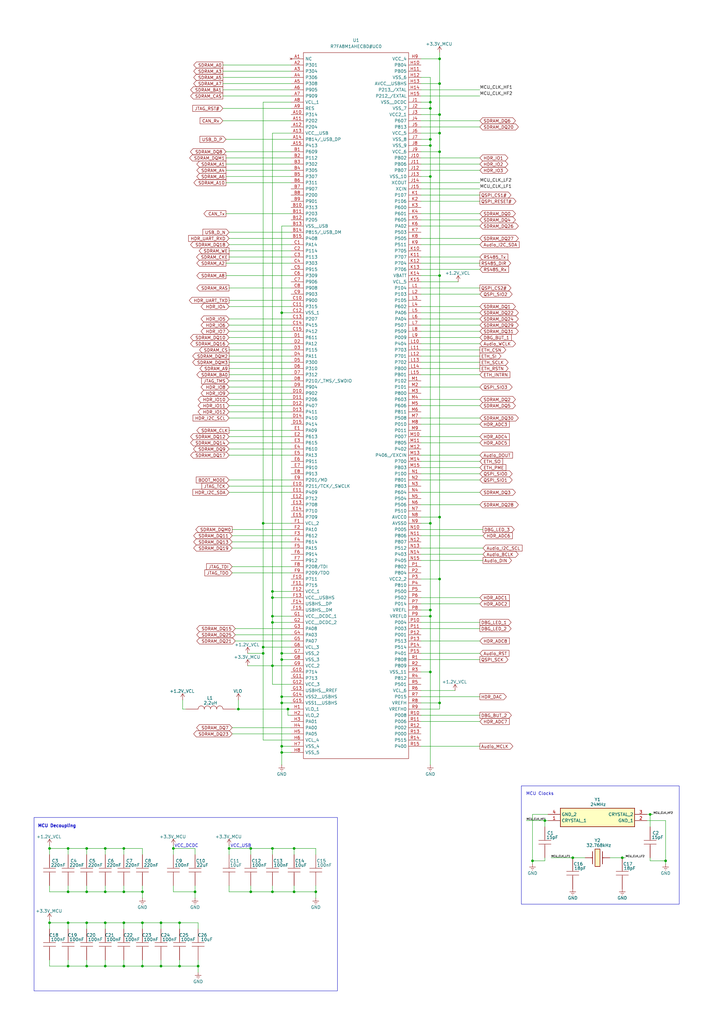
<source format=kicad_sch>
(kicad_sch (version 20231120) (generator "eeschema") (generator_version "8.0")
  (paper "A3" portrait)
  (title_block (title "RA8M1 Development Board") (company "Pickplace Consulting GmbH"))
  (junction (at 111.76 365.76))
  (junction (at 20.32 378.46))
  (junction (at 115.57 306.07))
  (junction (at 35.56 365.76))
  (junction (at 180.34 34.29))
  (junction (at 180.34 113.03))
  (junction (at 20.32 347.98))
  (junction (at 115.57 270.51))
  (junction (at 176.53 275.59))
  (junction (at 129.54 365.76))
  (junction (at 120.65 365.76))
  (junction (at 118.11 290.83))
  (junction (at 115.57 128.27))
  (junction (at 176.53 44.45))
  (junction (at 43.18 365.76))
  (junction (at 111.76 245.11))
  (junction (at 180.34 46.99))
  (junction (at 273.05 353.06))
  (junction (at 115.57 267.97))
  (junction (at 107.95 214.63))
  (junction (at 50.8 396.24))
  (junction (at 180.34 212.09))
  (junction (at 111.76 347.98))
  (junction (at 115.57 288.29))
  (junction (at 58.42 396.24))
  (junction (at 35.56 347.98))
  (junction (at 27.94 396.24))
  (junction (at 66.04 396.24))
  (junction (at 234.95 351.79))
  (junction (at 120.65 347.98))
  (junction (at 180.34 237.49))
  (junction (at 180.34 54.61))
  (junction (at 115.57 285.75))
  (junction (at 111.76 252.73))
  (junction (at 111.76 255.27))
  (junction (at 107.95 267.97))
  (junction (at 93.98 347.98))
  (junction (at 71.12 347.98))
  (junction (at 218.44 353.06))
  (junction (at 180.34 288.29))
  (junction (at 111.76 273.05))
  (junction (at 58.42 378.46))
  (junction (at 176.53 72.39))
  (junction (at 80.01 365.76))
  (junction (at 97.79 290.83))
  (junction (at 35.56 396.24))
  (junction (at 255.27 351.79))
  (junction (at 176.53 41.91))
  (junction (at 107.95 265.43))
  (junction (at 50.8 347.98))
  (junction (at 73.66 378.46))
  (junction (at 73.66 396.24))
  (junction (at 180.34 62.23))
  (junction (at 176.53 250.19))
  (junction (at 27.94 365.76))
  (junction (at 43.18 347.98))
  (junction (at 176.53 214.63))
  (junction (at 266.7 334.01))
  (junction (at 176.53 59.69))
  (junction (at 102.87 365.76))
  (junction (at 50.8 365.76))
  (junction (at 115.57 308.61))
  (junction (at 180.34 24.13))
  (junction (at 102.87 347.98))
  (junction (at 50.8 378.46))
  (junction (at 43.18 396.24))
  (junction (at 176.53 252.73))
  (junction (at 223.52 336.55))
  (junction (at 81.28 396.24))
  (junction (at 66.04 378.46))
  (junction (at 43.18 378.46))
  (junction (at 111.76 242.57))
  (junction (at 27.94 378.46))
  (junction (at 27.94 347.98))
  (junction (at 176.53 57.15))
  (junction (at 58.42 365.76))
  (junction (at 35.56 378.46))
  (wire (pts (xy 172.72 171.45) (xy 196.85 171.45)))
  (wire (pts (xy 93.98 199.39) (xy 119.38 199.39)))
  (wire (pts (xy 93.98 135.89) (xy 119.38 135.89)))
  (wire (pts (xy 27.94 347.98) (xy 35.56 347.98)))
  (wire (pts (xy 93.98 130.81) (xy 119.38 130.81)))
  (wire (pts (xy 95.25 298.45) (xy 119.38 298.45)))
  (wire (pts (xy 172.72 151.13) (xy 196.85 151.13)))
  (wire (pts (xy 20.32 378.46) (xy 27.94 378.46)))
  (wire (pts (xy 266.7 353.06) (xy 273.05 353.06)))
  (wire (pts (xy 93.98 156.21) (xy 119.38 156.21)))
  (wire (pts (xy 266.7 334.01) (xy 265.43 334.01)))
  (wire (pts (xy 111.76 245.11) (xy 119.38 245.11)))
  (wire (pts (xy 172.72 138.43) (xy 196.85 138.43)))
  (wire (pts (xy 20.32 363.22) (xy 20.32 365.76)))
  (wire (pts (xy 27.94 365.76) (xy 35.56 365.76)))
  (wire (pts (xy 172.72 173.99) (xy 196.85 173.99)))
  (wire (pts (xy 172.72 115.57) (xy 187.96 115.57)))
  (wire (pts (xy 115.57 288.29) (xy 119.38 288.29)))
  (wire (pts (xy 50.8 365.76) (xy 58.42 365.76)))
  (wire (pts (xy 111.76 245.11) (xy 111.76 252.73)))
  (wire (pts (xy 172.72 237.49) (xy 180.34 237.49)))
  (wire (pts (xy 107.95 303.53) (xy 119.38 303.53)))
  (wire (pts (xy 176.53 31.75) (xy 176.53 41.91)))
  (wire (pts (xy 172.72 262.89) (xy 196.85 262.89)))
  (wire (pts (xy 111.76 280.67) (xy 111.76 273.05)))
  (wire (pts (xy 92.71 69.85) (xy 119.38 69.85)))
  (wire (pts (xy 50.8 396.24) (xy 58.42 396.24)))
  (wire (pts (xy 102.87 365.76) (xy 111.76 365.76)))
  (wire (pts (xy 74.93 287.02) (xy 74.93 290.83)))
  (wire (pts (xy 81.28 396.24) (xy 81.28 398.78)))
  (wire (pts (xy 118.11 293.37) (xy 118.11 290.83)))
  (wire (pts (xy 180.34 62.23) (xy 172.72 62.23)))
  (wire (pts (xy 73.66 393.7) (xy 73.66 396.24)))
  (wire (pts (xy 172.72 250.19) (xy 176.53 250.19)))
  (wire (pts (xy 119.38 308.61) (xy 115.57 308.61)))
  (wire (pts (xy 180.34 237.49) (xy 180.34 212.09)))
  (wire (pts (xy 172.72 140.97) (xy 196.85 140.97)))
  (wire (pts (xy 172.72 153.67) (xy 196.85 153.67)))
  (wire (pts (xy 50.8 378.46) (xy 58.42 378.46)))
  (wire (pts (xy 111.76 54.61) (xy 119.38 54.61)))
  (wire (pts (xy 93.98 105.41) (xy 119.38 105.41)))
  (wire (pts (xy 172.72 100.33) (xy 196.85 100.33)))
  (wire (pts (xy 93.98 148.59) (xy 119.38 148.59)))
  (wire (pts (xy 43.18 393.7) (xy 43.18 396.24)))
  (wire (pts (xy 93.98 171.45) (xy 119.38 171.45)))
  (wire (pts (xy 115.57 285.75) (xy 115.57 288.29)))
  (wire (pts (xy 172.72 217.17) (xy 198.12 217.17)))
  (wire (pts (xy 95.25 222.25) (xy 119.38 222.25)))
  (wire (pts (xy 172.72 224.79) (xy 198.12 224.79)))
  (wire (pts (xy 20.32 346.71) (xy 20.32 347.98)))
  (wire (pts (xy 176.53 44.45) (xy 172.72 44.45)))
  (wire (pts (xy 93.98 201.93) (xy 119.38 201.93)))
  (wire (pts (xy 172.72 34.29) (xy 180.34 34.29)))
  (wire (pts (xy 73.66 378.46) (xy 81.28 378.46)))
  (wire (pts (xy 176.53 57.15) (xy 176.53 44.45)))
  (wire (pts (xy 224.79 334.01) (xy 218.44 334.01)))
  (wire (pts (xy 111.76 252.73) (xy 119.38 252.73)))
  (wire (pts (xy 129.54 347.98) (xy 129.54 350.52)))
  (wire (pts (xy 172.72 57.15) (xy 176.53 57.15)))
  (wire (pts (xy 91.44 31.75) (xy 119.38 31.75)))
  (wire (pts (xy 20.32 396.24) (xy 27.94 396.24)))
  (wire (pts (xy 176.53 250.19) (xy 176.53 214.63)))
  (wire (pts (xy 80.01 365.76) (xy 80.01 363.22)))
  (wire (pts (xy 107.95 214.63) (xy 107.95 265.43)))
  (wire (pts (xy 43.18 378.46) (xy 50.8 378.46)))
  (wire (pts (xy 91.44 44.45) (xy 119.38 44.45)))
  (wire (pts (xy 172.72 69.85) (xy 196.85 69.85)))
  (wire (pts (xy 172.72 201.93) (xy 196.85 201.93)))
  (wire (pts (xy 172.72 87.63) (xy 196.85 87.63)))
  (wire (pts (xy 93.98 347.98) (xy 102.87 347.98)))
  (wire (pts (xy 111.76 54.61) (xy 111.76 242.57)))
  (wire (pts (xy 71.12 363.22) (xy 71.12 365.76)))
  (wire (pts (xy 115.57 306.07) (xy 119.38 306.07)))
  (wire (pts (xy 58.42 378.46) (xy 66.04 378.46)))
  (wire (pts (xy 20.32 381) (xy 20.32 378.46)))
  (wire (pts (xy 96.52 260.35) (xy 119.38 260.35)))
  (wire (pts (xy 93.98 186.69) (xy 119.38 186.69)))
  (wire (pts (xy 180.34 237.49) (xy 180.34 288.29)))
  (wire (pts (xy 172.72 110.49) (xy 196.85 110.49)))
  (wire (pts (xy 92.71 64.77) (xy 119.38 64.77)))
  (wire (pts (xy 172.72 196.85) (xy 196.85 196.85)))
  (wire (pts (xy 180.34 288.29) (xy 172.72 288.29)))
  (wire (pts (xy 172.72 252.73) (xy 176.53 252.73)))
  (wire (pts (xy 176.53 275.59) (xy 176.53 252.73)))
  (wire (pts (xy 196.85 36.83) (xy 172.72 36.83)))
  (wire (pts (xy 102.87 347.98) (xy 102.87 350.52)))
  (wire (pts (xy 172.72 229.87) (xy 198.12 229.87)))
  (wire (pts (xy 172.72 133.35) (xy 196.85 133.35)))
  (wire (pts (xy 50.8 363.22) (xy 50.8 365.76)))
  (wire (pts (xy 95.25 217.17) (xy 119.38 217.17)))
  (wire (pts (xy 172.72 64.77) (xy 196.85 64.77)))
  (wire (pts (xy 250.19 351.79) (xy 255.27 351.79)))
  (wire (pts (xy 71.12 347.98) (xy 71.12 350.52)))
  (wire (pts (xy 74.93 290.83) (xy 76.2 290.83)))
  (wire (pts (xy 115.57 270.51) (xy 115.57 285.75)))
  (wire (pts (xy 119.38 270.51) (xy 115.57 270.51)))
  (wire (pts (xy 92.71 74.93) (xy 119.38 74.93)))
  (wire (pts (xy 92.71 57.15) (xy 119.38 57.15)))
  (wire (pts (xy 266.7 339.09) (xy 266.7 334.01)))
  (wire (pts (xy 93.98 196.85) (xy 119.38 196.85)))
  (wire (pts (xy 180.34 54.61) (xy 180.34 62.23)))
  (wire (pts (xy 172.72 257.81) (xy 196.85 257.81)))
  (wire (pts (xy 93.98 365.76) (xy 102.87 365.76)))
  (wire (pts (xy 115.57 128.27) (xy 115.57 92.71)))
  (wire (pts (xy 172.72 166.37) (xy 196.85 166.37)))
  (wire (pts (xy 176.53 59.69) (xy 176.53 57.15)))
  (wire (pts (xy 93.98 125.73) (xy 119.38 125.73)))
  (wire (pts (xy 115.57 128.27) (xy 115.57 267.97)))
  (wire (pts (xy 119.38 242.57) (xy 111.76 242.57)))
  (wire (pts (xy 93.98 363.22) (xy 93.98 365.76)))
  (wire (pts (xy 273.05 336.55) (xy 273.05 353.06)))
  (wire (pts (xy 172.72 181.61) (xy 196.85 181.61)))
  (wire (pts (xy 172.72 105.41) (xy 196.85 105.41)))
  (wire (pts (xy 172.72 67.31) (xy 196.85 67.31)))
  (wire (pts (xy 93.98 123.19) (xy 119.38 123.19)))
  (wire (pts (xy 43.18 365.76) (xy 50.8 365.76)))
  (wire (pts (xy 180.34 46.99) (xy 180.34 54.61)))
  (wire (pts (xy 80.01 347.98) (xy 71.12 347.98)))
  (wire (pts (xy 71.12 365.76) (xy 80.01 365.76)))
  (wire (pts (xy 172.72 247.65) (xy 196.85 247.65)))
  (wire (pts (xy 172.72 227.33) (xy 198.12 227.33)))
  (wire (pts (xy 172.72 255.27) (xy 196.85 255.27)))
  (wire (pts (xy 172.72 120.65) (xy 196.85 120.65)))
  (wire (pts (xy 111.76 365.76) (xy 120.65 365.76)))
  (wire (pts (xy 172.72 107.95) (xy 196.85 107.95)))
  (wire (pts (xy 93.98 161.29) (xy 119.38 161.29)))
  (wire (pts (xy 172.72 24.13) (xy 180.34 24.13)))
  (wire (pts (xy 118.11 290.83) (xy 119.38 290.83)))
  (wire (pts (xy 35.56 347.98) (xy 43.18 347.98)))
  (wire (pts (xy 43.18 347.98) (xy 43.18 350.52)))
  (wire (pts (xy 107.95 214.63) (xy 119.38 214.63)))
  (wire (pts (xy 66.04 378.46) (xy 66.04 381)))
  (wire (pts (xy 95.25 234.95) (xy 119.38 234.95)))
  (wire (pts (xy 93.98 158.75) (xy 119.38 158.75)))
  (wire (pts (xy 96.52 290.83) (xy 97.79 290.83)))
  (wire (pts (xy 120.65 363.22) (xy 120.65 365.76)))
  (wire (pts (xy 172.72 80.01) (xy 196.85 80.01)))
  (wire (pts (xy 92.71 87.63) (xy 119.38 87.63)))
  (wire (pts (xy 107.95 41.91) (xy 107.95 214.63)))
  (wire (pts (xy 93.98 102.87) (xy 119.38 102.87)))
  (wire (pts (xy 93.98 346.71) (xy 93.98 347.98)))
  (wire (pts (xy 58.42 396.24) (xy 66.04 396.24)))
  (wire (pts (xy 176.53 214.63) (xy 176.53 72.39)))
  (wire (pts (xy 172.72 267.97) (xy 196.85 267.97)))
  (wire (pts (xy 81.28 378.46) (xy 81.28 381)))
  (wire (pts (xy 93.98 153.67) (xy 119.38 153.67)))
  (wire (pts (xy 73.66 396.24) (xy 81.28 396.24)))
  (wire (pts (xy 129.54 365.76) (xy 129.54 363.22)))
  (wire (pts (xy 119.38 280.67) (xy 111.76 280.67)))
  (wire (pts (xy 172.72 179.07) (xy 196.85 179.07)))
  (wire (pts (xy 115.57 92.71) (xy 119.38 92.71)))
  (wire (pts (xy 223.52 353.06) (xy 218.44 353.06)))
  (wire (pts (xy 95.25 224.79) (xy 119.38 224.79)))
  (wire (pts (xy 93.98 97.79) (xy 119.38 97.79)))
  (wire (pts (xy 172.72 135.89) (xy 196.85 135.89)))
  (wire (pts (xy 172.72 245.11) (xy 196.85 245.11)))
  (wire (pts (xy 20.32 347.98) (xy 27.94 347.98)))
  (wire (pts (xy 172.72 293.37) (xy 196.85 293.37)))
  (wire (pts (xy 111.76 255.27) (xy 111.76 273.05)))
  (wire (pts (xy 176.53 275.59) (xy 176.53 313.69)))
  (wire (pts (xy 93.98 176.53) (xy 119.38 176.53)))
  (wire (pts (xy 115.57 267.97) (xy 115.57 270.51)))
  (wire (pts (xy 93.98 95.25) (xy 119.38 95.25)))
  (wire (pts (xy 115.57 308.61) (xy 115.57 306.07)))
  (wire (pts (xy 35.56 347.98) (xy 35.56 350.52)))
  (wire (pts (xy 58.42 347.98) (xy 58.42 350.52)))
  (wire (pts (xy 95.25 300.99) (xy 119.38 300.99)))
  (wire (pts (xy 111.76 255.27) (xy 119.38 255.27)))
  (wire (pts (xy 92.71 107.95) (xy 119.38 107.95)))
  (wire (pts (xy 218.44 354.33) (xy 218.44 353.06)))
  (wire (pts (xy 35.56 378.46) (xy 43.18 378.46)))
  (wire (pts (xy 27.94 378.46) (xy 27.94 381)))
  (wire (pts (xy 93.98 143.51) (xy 119.38 143.51)))
  (wire (pts (xy 172.72 194.31) (xy 196.85 194.31)))
  (wire (pts (xy 172.72 148.59) (xy 196.85 148.59)))
  (wire (pts (xy 172.72 163.83) (xy 196.85 163.83)))
  (wire (pts (xy 58.42 393.7) (xy 58.42 396.24)))
  (wire (pts (xy 93.98 146.05) (xy 119.38 146.05)))
  (wire (pts (xy 172.72 59.69) (xy 176.53 59.69)))
  (wire (pts (xy 172.72 128.27) (xy 196.85 128.27)))
  (wire (pts (xy 101.6 267.97) (xy 107.95 267.97)))
  (wire (pts (xy 96.52 257.81) (xy 119.38 257.81)))
  (wire (pts (xy 93.98 163.83) (xy 119.38 163.83)))
  (wire (pts (xy 226.06 351.79) (xy 234.95 351.79)))
  (wire (pts (xy 172.72 146.05) (xy 196.85 146.05)))
  (wire (pts (xy 50.8 393.7) (xy 50.8 396.24)))
  (wire (pts (xy 111.76 242.57) (xy 111.76 245.11)))
  (wire (pts (xy 93.98 140.97) (xy 119.38 140.97)))
  (wire (pts (xy 176.53 72.39) (xy 176.53 59.69)))
  (wire (pts (xy 172.72 31.75) (xy 176.53 31.75)))
  (wire (pts (xy 35.56 393.7) (xy 35.56 396.24)))
  (wire (pts (xy 129.54 365.76) (xy 129.54 368.3)))
  (wire (pts (xy 91.44 34.29) (xy 119.38 34.29)))
  (wire (pts (xy 50.8 347.98) (xy 50.8 350.52)))
  (wire (pts (xy 92.71 62.23) (xy 119.38 62.23)))
  (wire (pts (xy 43.18 347.98) (xy 50.8 347.98)))
  (wire (pts (xy 180.34 212.09) (xy 180.34 113.03)))
  (wire (pts (xy 27.94 363.22) (xy 27.94 365.76)))
  (wire (pts (xy 119.38 41.91) (xy 107.95 41.91)))
  (wire (pts (xy 172.72 214.63) (xy 176.53 214.63)))
  (wire (pts (xy 97.79 290.83) (xy 118.11 290.83)))
  (wire (pts (xy 172.72 283.21) (xy 186.69 283.21)))
  (wire (pts (xy 35.56 363.22) (xy 35.56 365.76)))
  (wire (pts (xy 115.57 308.61) (xy 115.57 313.69)))
  (wire (pts (xy 172.72 90.17) (xy 196.85 90.17)))
  (wire (pts (xy 93.98 347.98) (xy 93.98 350.52)))
  (wire (pts (xy 172.72 285.75) (xy 196.85 285.75)))
  (wire (pts (xy 66.04 393.7) (xy 66.04 396.24)))
  (wire (pts (xy 180.34 290.83) (xy 180.34 288.29)))
  (wire (pts (xy 107.95 267.97) (xy 107.95 303.53)))
  (wire (pts (xy 27.94 378.46) (xy 35.56 378.46)))
  (wire (pts (xy 172.72 207.01) (xy 196.85 207.01)))
  (wire (pts (xy 176.53 41.91) (xy 176.53 44.45)))
  (wire (pts (xy 50.8 347.98) (xy 58.42 347.98)))
  (wire (pts (xy 172.72 158.75) (xy 196.85 158.75)))
  (wire (pts (xy 172.72 97.79) (xy 196.85 97.79)))
  (wire (pts (xy 120.65 347.98) (xy 129.54 347.98)))
  (wire (pts (xy 180.34 34.29) (xy 180.34 46.99)))
  (wire (pts (xy 172.72 212.09) (xy 180.34 212.09)))
  (wire (pts (xy 267.97 334.01) (xy 266.7 334.01)))
  (wire (pts (xy 172.72 219.71) (xy 198.12 219.71)))
  (wire (pts (xy 91.44 29.21) (xy 119.38 29.21)))
  (wire (pts (xy 43.18 378.46) (xy 43.18 381)))
  (wire (pts (xy 172.72 290.83) (xy 180.34 290.83)))
  (wire (pts (xy 115.57 288.29) (xy 115.57 306.07)))
  (wire (pts (xy 91.44 36.83) (xy 119.38 36.83)))
  (wire (pts (xy 111.76 347.98) (xy 111.76 350.52)))
  (wire (pts (xy 111.76 252.73) (xy 111.76 255.27)))
  (wire (pts (xy 172.72 49.53) (xy 196.85 49.53)))
  (wire (pts (xy 196.85 74.93) (xy 172.72 74.93)))
  (wire (pts (xy 93.98 181.61) (xy 119.38 181.61)))
  (wire (pts (xy 273.05 354.33) (xy 273.05 353.06)))
  (wire (pts (xy 58.42 365.76) (xy 58.42 363.22)))
  (wire (pts (xy 73.66 378.46) (xy 73.66 381)))
  (wire (pts (xy 172.72 270.51) (xy 196.85 270.51)))
  (wire (pts (xy 96.52 262.89) (xy 119.38 262.89)))
  (wire (pts (xy 111.76 363.22) (xy 111.76 365.76)))
  (wire (pts (xy 93.98 138.43) (xy 119.38 138.43)))
  (wire (pts (xy 35.56 396.24) (xy 43.18 396.24)))
  (wire (pts (xy 172.72 46.99) (xy 180.34 46.99)))
  (wire (pts (xy 93.98 168.91) (xy 119.38 168.91)))
  (wire (pts (xy 20.32 377.19) (xy 20.32 378.46)))
  (wire (pts (xy 20.32 393.7) (xy 20.32 396.24)))
  (wire (pts (xy 172.72 306.07) (xy 196.85 306.07)))
  (wire (pts (xy 172.72 275.59) (xy 176.53 275.59)))
  (wire (pts (xy 172.72 143.51) (xy 196.85 143.51)))
  (wire (pts (xy 218.44 334.01) (xy 218.44 353.06)))
  (wire (pts (xy 93.98 179.07) (xy 119.38 179.07)))
  (wire (pts (xy 27.94 347.98) (xy 27.94 350.52)))
  (wire (pts (xy 234.95 351.79) (xy 240.03 351.79)))
  (wire (pts (xy 80.01 350.52) (xy 80.01 347.98)))
  (wire (pts (xy 66.04 396.24) (xy 73.66 396.24)))
  (wire (pts (xy 93.98 166.37) (xy 119.38 166.37)))
  (wire (pts (xy 91.44 26.67) (xy 119.38 26.67)))
  (wire (pts (xy 71.12 346.71) (xy 71.12 347.98)))
  (wire (pts (xy 172.72 113.03) (xy 180.34 113.03)))
  (wire (pts (xy 265.43 336.55) (xy 273.05 336.55)))
  (wire (pts (xy 80.01 365.76) (xy 80.01 368.3)))
  (wire (pts (xy 196.85 39.37) (xy 172.72 39.37)))
  (wire (pts (xy 92.71 67.31) (xy 119.38 67.31)))
  (wire (pts (xy 172.72 125.73) (xy 196.85 125.73)))
  (wire (pts (xy 91.44 39.37) (xy 119.38 39.37)))
  (wire (pts (xy 111.76 273.05) (xy 119.38 273.05)))
  (wire (pts (xy 180.34 24.13) (xy 180.34 34.29)))
  (wire (pts (xy 256.54 351.79) (xy 255.27 351.79)))
  (wire (pts (xy 93.98 133.35) (xy 119.38 133.35)))
  (wire (pts (xy 93.98 151.13) (xy 119.38 151.13)))
  (wire (pts (xy 43.18 396.24) (xy 50.8 396.24)))
  (wire (pts (xy 20.32 365.76) (xy 27.94 365.76)))
  (wire (pts (xy 27.94 396.24) (xy 35.56 396.24)))
  (wire (pts (xy 172.72 82.55) (xy 196.85 82.55)))
  (wire (pts (xy 101.6 273.05) (xy 111.76 273.05)))
  (wire (pts (xy 91.44 49.53) (xy 119.38 49.53)))
  (wire (pts (xy 81.28 396.24) (xy 81.28 393.7)))
  (wire (pts (xy 107.95 265.43) (xy 119.38 265.43)))
  (wire (pts (xy 196.85 77.47) (xy 172.72 77.47)))
  (wire (pts (xy 115.57 285.75) (xy 119.38 285.75)))
  (wire (pts (xy 223.52 336.55) (xy 224.79 336.55)))
  (wire (pts (xy 93.98 100.33) (xy 119.38 100.33)))
  (wire (pts (xy 180.34 113.03) (xy 180.34 62.23)))
  (wire (pts (xy 172.72 295.91) (xy 196.85 295.91)))
  (wire (pts (xy 20.32 350.52) (xy 20.32 347.98)))
  (wire (pts (xy 172.72 54.61) (xy 180.34 54.61)))
  (wire (pts (xy 172.72 191.77) (xy 196.85 191.77)))
  (wire (pts (xy 172.72 118.11) (xy 196.85 118.11)))
  (wire (pts (xy 27.94 393.7) (xy 27.94 396.24)))
  (wire (pts (xy 111.76 347.98) (xy 120.65 347.98)))
  (wire (pts (xy 93.98 118.11) (xy 119.38 118.11)))
  (wire (pts (xy 92.71 72.39) (xy 119.38 72.39)))
  (wire (pts (xy 102.87 363.22) (xy 102.87 365.76)))
  (wire (pts (xy 172.72 186.69) (xy 196.85 186.69)))
  (wire (pts (xy 95.25 232.41) (xy 119.38 232.41)))
  (wire (pts (xy 93.98 184.15) (xy 119.38 184.15)))
  (wire (pts (xy 102.87 347.98) (xy 111.76 347.98)))
  (wire (pts (xy 43.18 363.22) (xy 43.18 365.76)))
  (wire (pts (xy 266.7 351.79) (xy 266.7 353.06)))
  (wire (pts (xy 58.42 365.76) (xy 58.42 368.3)))
  (wire (pts (xy 119.38 293.37) (xy 118.11 293.37)))
  (wire (pts (xy 120.65 365.76) (xy 129.54 365.76)))
  (wire (pts (xy 215.9 336.55) (xy 223.52 336.55)))
  (wire (pts (xy 95.25 219.71) (xy 119.38 219.71)))
  (wire (pts (xy 180.34 21.59) (xy 180.34 24.13)))
  (wire (pts (xy 66.04 378.46) (xy 73.66 378.46)))
  (wire (pts (xy 223.52 339.09) (xy 223.52 336.55)))
  (wire (pts (xy 223.52 351.79) (xy 223.52 353.06)))
  (wire (pts (xy 172.72 52.07) (xy 196.85 52.07)))
  (wire (pts (xy 172.72 130.81) (xy 196.85 130.81)))
  (wire (pts (xy 58.42 378.46) (xy 58.42 381)))
  (wire (pts (xy 35.56 365.76) (xy 43.18 365.76)))
  (wire (pts (xy 35.56 378.46) (xy 35.56 381)))
  (wire (pts (xy 97.79 287.02) (xy 97.79 290.83)))
  (wire (pts (xy 119.38 128.27) (xy 115.57 128.27)))
  (wire (pts (xy 107.95 265.43) (xy 107.95 267.97)))
  (wire (pts (xy 92.71 113.03) (xy 119.38 113.03)))
  (wire (pts (xy 120.65 347.98) (xy 120.65 350.52)))
  (wire (pts (xy 176.53 252.73) (xy 176.53 250.19)))
  (wire (pts (xy 119.38 267.97) (xy 115.57 267.97)))
  (wire (pts (xy 172.72 72.39) (xy 176.53 72.39)))
  (wire (pts (xy 50.8 378.46) (xy 50.8 381)))
  (wire (pts (xy 172.72 41.91) (xy 176.53 41.91)))
  (wire (pts (xy 172.72 92.71) (xy 196.85 92.71)))
  (wire (pts (xy 172.72 189.23) (xy 196.85 189.23)))
  (rectangle (start 13.97 335.28) (end 138.43 406.4))
  (rectangle (start 213.868 322.326) (end 278.638 370.84))
  (text "VCC_USB" (at 98.806 346.964 0) (effects (font (size 1.27 1.27))))
  (text "MCU Decoupling" (at 23.368 338.836 0) (effects (font (size 1.27 1.27) (thickness 0.254) (bold yes))))
  (text "VCC_DCDC" (at 76.454 346.964 0) (effects (font (size 1.27 1.27))))
  (text "MCU Clocks" (at 221.488 325.628 0) (effects (font (size 1.27 1.27))))
  (label "MCU_CLK_LF1" (at 196.85 77.47 0))
  (label "MCU_CLK_LF2" (at 196.85 74.93 0))
  (label "MCU_CLK_HF1" (at 215.9 336.55 0) (effects (font (size 0.762 0.762))))
  (label "MCU_CLK_HF2" (at 267.97 334.01 0) (effects (font (size 0.762 0.762))))
  (label "MCU_CLK_LF1" (at 226.06 351.79 0) (effects (font (size 0.762 0.762))))
  (label "MCU_CLK_HF1" (at 196.85 36.83 0))
  (label "MCU_CLK_HF2" (at 196.85 39.37 0))
  (label "MCU_CLK_LF2" (at 256.54 351.79 0) (effects (font (size 0.762 0.762))))
  (global_label "HDR_DAC" (shape output) (at 196.85 285.75 0) (property "Intersheetrefs" "${INTERSHEET_REFS}" (effects (hide yes))))
  (global_label "SDRAM_A9" (shape output) (at 93.98 151.13 180) (property "Intersheetrefs" "${INTERSHEET_REFS}" (effects (hide yes))))
  (global_label "SDRAM_DQ14" (shape bidirectional) (at 93.98 181.61 180) (property "Intersheetrefs" "${INTERSHEET_REFS}" (effects (hide yes))))
  (global_label "DBG_LED_3" (shape output) (at 198.12 217.17 0) (property "Intersheetrefs" "${INTERSHEET_REFS}" (effects (hide yes))))
  (global_label "SDRAM_CAS" (shape output) (at 91.44 39.37 180) (property "Intersheetrefs" "${INTERSHEET_REFS}" (effects (hide yes))))
  (global_label "DBG_LED_2" (shape output) (at 196.85 257.81 0) (property "Intersheetrefs" "${INTERSHEET_REFS}" (effects (hide yes))))
  (global_label "HDR_ADC6" (shape input) (at 198.12 219.71 0) (property "Intersheetrefs" "${INTERSHEET_REFS}" (effects (hide yes))))
  (global_label "QSPI_SIO3" (shape bidirectional) (at 196.85 158.75 0) (property "Intersheetrefs" "${INTERSHEET_REFS}" (effects (hide yes))))
  (global_label "SDRAM_A2" (shape output) (at 92.71 107.95 180) (property "Intersheetrefs" "${INTERSHEET_REFS}" (effects (hide yes))))
  (global_label "RS485_Rx" (shape input) (at 196.85 110.49 0) (property "Intersheetrefs" "${INTERSHEET_REFS}" (effects (hide yes))))
  (global_label "SDRAM_DQ18" (shape bidirectional) (at 93.98 100.33 180) (property "Intersheetrefs" "${INTERSHEET_REFS}" (effects (hide yes))))
  (global_label "SDRAM_A1" (shape output) (at 92.71 67.31 180) (property "Intersheetrefs" "${INTERSHEET_REFS}" (effects (hide yes))))
  (global_label "SDRAM_DQ30" (shape bidirectional) (at 196.85 171.45 0) (property "Intersheetrefs" "${INTERSHEET_REFS}" (effects (hide yes))))
  (global_label "ETH_SCLK" (shape output) (at 196.85 148.59 0) (property "Intersheetrefs" "${INTERSHEET_REFS}" (effects (hide yes))))
  (global_label "Audio_MCLK" (shape output) (at 196.85 306.07 0) (property "Intersheetrefs" "${INTERSHEET_REFS}" (effects (hide yes))))
  (global_label "HDR_ADC7" (shape input) (at 196.85 295.91 0) (property "Intersheetrefs" "${INTERSHEET_REFS}" (effects (hide yes))))
  (global_label "SDRAM_A6" (shape output) (at 92.71 72.39 180) (property "Intersheetrefs" "${INTERSHEET_REFS}" (effects (hide yes))))
  (global_label "SDRAM_DQ19" (shape bidirectional) (at 95.25 224.79 180) (property "Intersheetrefs" "${INTERSHEET_REFS}" (effects (hide yes))))
  (global_label "HDR_IO10" (shape bidirectional) (at 93.98 163.83 180) (property "Intersheetrefs" "${INTERSHEET_REFS}" (effects (hide yes))))
  (global_label "SDRAM_A5" (shape output) (at 91.44 31.75 180) (property "Intersheetrefs" "${INTERSHEET_REFS}" (effects (hide yes))))
  (global_label "SDRAM_DQ24" (shape bidirectional) (at 196.85 130.81 0) (property "Intersheetrefs" "${INTERSHEET_REFS}" (effects (hide yes))))
  (global_label "HDR_ADC1" (shape input) (at 196.85 245.11 0) (property "Intersheetrefs" "${INTERSHEET_REFS}" (effects (hide yes))))
  (global_label "HDR_IO2" (shape bidirectional) (at 196.85 67.31 0) (property "Intersheetrefs" "${INTERSHEET_REFS}" (effects (hide yes))))
  (global_label "HDR_IO4" (shape bidirectional) (at 93.98 125.73 180) (property "Intersheetrefs" "${INTERSHEET_REFS}" (effects (hide yes))))
  (global_label "SDRAM_A4" (shape output) (at 92.71 69.85 180) (property "Intersheetrefs" "${INTERSHEET_REFS}" (effects (hide yes))))
  (global_label "SDRAM_DQ16" (shape bidirectional) (at 93.98 140.97 180) (property "Intersheetrefs" "${INTERSHEET_REFS}" (effects (hide yes))))
  (global_label "ETH_INTRN" (shape input) (at 196.85 153.67 0) (property "Intersheetrefs" "${INTERSHEET_REFS}" (effects (hide yes))))
  (global_label "SDRAM_DQ15" (shape bidirectional) (at 96.52 257.81 180) (property "Intersheetrefs" "${INTERSHEET_REFS}" (effects (hide yes))))
  (global_label "QSPI_CS2#" (shape output) (at 196.85 118.11 0) (property "Intersheetrefs" "${INTERSHEET_REFS}" (effects (hide yes))))
  (global_label "SDRAM_DQ17" (shape bidirectional) (at 93.98 186.69 180) (property "Intersheetrefs" "${INTERSHEET_REFS}" (effects (hide yes))))
  (global_label "Audio_RST" (shape input) (at 196.85 267.97 0) (property "Intersheetrefs" "${INTERSHEET_REFS}" (effects (hide yes))))
  (global_label "SDRAM_DQM2" (shape output) (at 93.98 146.05 180) (property "Intersheetrefs" "${INTERSHEET_REFS}" (effects (hide yes))))
  (global_label "QSPI_SIO1" (shape bidirectional) (at 196.85 196.85 0) (property "Intersheetrefs" "${INTERSHEET_REFS}" (effects (hide yes))))
  (global_label "JTAG_TDO" (shape input) (at 95.25 234.95 180) (property "Intersheetrefs" "${INTERSHEET_REFS}" (effects (hide yes))))
  (global_label "Audio_DIN" (shape output) (at 198.12 229.87 0) (property "Intersheetrefs" "${INTERSHEET_REFS}" (effects (hide yes))))
  (global_label "SDRAM_DQ12" (shape bidirectional) (at 93.98 179.07 180) (property "Intersheetrefs" "${INTERSHEET_REFS}" (effects (hide yes))))
  (global_label "BOOT_MODE" (shape input) (at 93.98 196.85 180) (property "Intersheetrefs" "${INTERSHEET_REFS}" (effects (hide yes))))
  (global_label "SDRAM_BA1" (shape output) (at 91.44 36.83 180) (property "Intersheetrefs" "${INTERSHEET_REFS}" (effects (hide yes))))
  (global_label "JTAG_TDI" (shape input) (at 95.25 232.41 180) (property "Intersheetrefs" "${INTERSHEET_REFS}" (effects (hide yes))))
  (global_label "SDRAM_A3" (shape output) (at 91.44 29.21 180) (property "Intersheetrefs" "${INTERSHEET_REFS}" (effects (hide yes))))
  (global_label "QSPI_RESET#" (shape output) (at 196.85 82.55 0) (property "Intersheetrefs" "${INTERSHEET_REFS}" (effects (hide yes))))
  (global_label "SDRAM_DQ0" (shape bidirectional) (at 196.85 87.63 0) (property "Intersheetrefs" "${INTERSHEET_REFS}" (effects (hide yes))))
  (global_label "SDRAM_DQ23" (shape bidirectional) (at 95.25 300.99 180) (property "Intersheetrefs" "${INTERSHEET_REFS}" (effects (hide yes))))
  (global_label "USB_D_N" (shape input) (at 93.98 95.25 180) (property "Intersheetrefs" "${INTERSHEET_REFS}" (effects (hide yes))))
  (global_label "SDRAM_DQ28" (shape bidirectional) (at 196.85 207.01 0) (property "Intersheetrefs" "${INTERSHEET_REFS}" (effects (hide yes))))
  (global_label "SDRAM_DQ5" (shape bidirectional) (at 196.85 166.37 0) (property "Intersheetrefs" "${INTERSHEET_REFS}" (effects (hide yes))))
  (global_label "SDRAM_DQ25" (shape bidirectional) (at 96.52 260.35 180) (property "Intersheetrefs" "${INTERSHEET_REFS}" (effects (hide yes))))
  (global_label "SDRAM_DQ3" (shape bidirectional) (at 196.85 201.93 0) (property "Intersheetrefs" "${INTERSHEET_REFS}" (effects (hide yes))))
  (global_label "RS485_Tx" (shape input) (at 196.85 105.41 0) (property "Intersheetrefs" "${INTERSHEET_REFS}" (effects (hide yes))))
  (global_label "ETH_PME" (shape input) (at 196.85 191.77 0) (property "Intersheetrefs" "${INTERSHEET_REFS}" (effects (hide yes))))
  (global_label "HDR_ADC5" (shape input) (at 196.85 181.61 0) (property "Intersheetrefs" "${INTERSHEET_REFS}" (effects (hide yes))))
  (global_label "HDR_IO1" (shape bidirectional) (at 196.85 64.77 0) (property "Intersheetrefs" "${INTERSHEET_REFS}" (effects (hide yes))))
  (global_label "QSPI_SIO0" (shape bidirectional) (at 196.85 194.31 0) (property "Intersheetrefs" "${INTERSHEET_REFS}" (effects (hide yes))))
  (global_label "ETH_SI" (shape output) (at 196.85 146.05 0) (property "Intersheetrefs" "${INTERSHEET_REFS}" (effects (hide yes))))
  (global_label "SDRAM_BA0" (shape output) (at 93.98 153.67 180) (property "Intersheetrefs" "${INTERSHEET_REFS}" (effects (hide yes))))
  (global_label "SDRAM_A10" (shape output) (at 92.71 74.93 180) (property "Intersheetrefs" "${INTERSHEET_REFS}" (effects (hide yes))))
  (global_label "JTAG_TCK" (shape input) (at 93.98 199.39 180) (property "Intersheetrefs" "${INTERSHEET_REFS}" (effects (hide yes))))
  (global_label "SDRAM_DQ9" (shape bidirectional) (at 93.98 184.15 180) (property "Intersheetrefs" "${INTERSHEET_REFS}" (effects (hide yes))))
  (global_label "SDRAM_A0" (shape output) (at 91.44 26.67 180) (property "Intersheetrefs" "${INTERSHEET_REFS}" (effects (hide yes))))
  (global_label "SDRAM_A8" (shape output) (at 92.71 113.03 180) (property "Intersheetrefs" "${INTERSHEET_REFS}" (effects (hide yes))))
  (global_label "SDRAM_DQ10" (shape bidirectional) (at 93.98 138.43 180) (property "Intersheetrefs" "${INTERSHEET_REFS}" (effects (hide yes))))
  (global_label "SDRAM_DQ31" (shape bidirectional) (at 196.85 135.89 0) (property "Intersheetrefs" "${INTERSHEET_REFS}" (effects (hide yes))))
  (global_label "SDRAM_DQ4" (shape bidirectional) (at 196.85 90.17 0) (property "Intersheetrefs" "${INTERSHEET_REFS}" (effects (hide yes))))
  (global_label "CAN_Tx" (shape output) (at 92.71 87.63 180) (property "Intersheetrefs" "${INTERSHEET_REFS}" (effects (hide yes))))
  (global_label "SDRAM_DQ13" (shape bidirectional) (at 95.25 222.25 180) (property "Intersheetrefs" "${INTERSHEET_REFS}" (effects (hide yes))))
  (global_label "SDRAM_DQ29" (shape bidirectional) (at 196.85 133.35 0) (property "Intersheetrefs" "${INTERSHEET_REFS}" (effects (hide yes))))
  (global_label "HDR_ADC8" (shape input) (at 196.85 262.89 0) (property "Intersheetrefs" "${INTERSHEET_REFS}" (effects (hide yes))))
  (global_label "SDRAM_DQ26" (shape bidirectional) (at 196.85 92.71 0) (property "Intersheetrefs" "${INTERSHEET_REFS}" (effects (hide yes))))
  (global_label "USB_D_P" (shape input) (at 92.71 57.15 180) (property "Intersheetrefs" "${INTERSHEET_REFS}" (effects (hide yes))))
  (global_label "HDR_IO3" (shape bidirectional) (at 196.85 69.85 0) (property "Intersheetrefs" "${INTERSHEET_REFS}" (effects (hide yes))))
  (global_label "SDRAM_DQM1" (shape output) (at 92.71 64.77 180) (property "Intersheetrefs" "${INTERSHEET_REFS}" (effects (hide yes))))
  (global_label "HDR_ADC2" (shape input) (at 196.85 247.65 0) (property "Intersheetrefs" "${INTERSHEET_REFS}" (effects (hide yes))))
  (global_label "HDR_IO8" (shape bidirectional) (at 93.98 158.75 180) (property "Intersheetrefs" "${INTERSHEET_REFS}" (effects (hide yes))))
  (global_label "SDRAM_DQM3" (shape output) (at 93.98 148.59 180) (property "Intersheetrefs" "${INTERSHEET_REFS}" (effects (hide yes))))
  (global_label "ETH_SO" (shape input) (at 196.85 189.23 0) (property "Intersheetrefs" "${INTERSHEET_REFS}" (effects (hide yes))))
  (global_label "QSPI_CS1#" (shape output) (at 196.85 80.01 0) (property "Intersheetrefs" "${INTERSHEET_REFS}" (effects (hide yes))))
  (global_label "SDRAM_DQ2" (shape bidirectional) (at 196.85 163.83 0) (property "Intersheetrefs" "${INTERSHEET_REFS}" (effects (hide yes))))
  (global_label "SDRAM_WE" (shape output) (at 93.98 102.87 180) (property "Intersheetrefs" "${INTERSHEET_REFS}" (effects (hide yes))))
  (global_label "SDRAM_CS" (shape output) (at 93.98 143.51 180) (property "Intersheetrefs" "${INTERSHEET_REFS}" (effects (hide yes))))
  (global_label "JTAG_TMS" (shape input) (at 93.98 156.21 180) (property "Intersheetrefs" "${INTERSHEET_REFS}" (effects (hide yes))))
  (global_label "SDRAM_DQ8" (shape bidirectional) (at 92.71 62.23 180) (property "Intersheetrefs" "${INTERSHEET_REFS}" (effects (hide yes))))
  (global_label "HDR_IO11" (shape bidirectional) (at 93.98 166.37 180) (property "Intersheetrefs" "${INTERSHEET_REFS}" (effects (hide yes))))
  (global_label "SDRAM_DQ20" (shape bidirectional) (at 196.85 52.07 0) (property "Intersheetrefs" "${INTERSHEET_REFS}" (effects (hide yes))))
  (global_label "SDRAM_CKE" (shape output) (at 93.98 105.41 180) (property "Intersheetrefs" "${INTERSHEET_REFS}" (effects (hide yes))))
  (global_label "Audio_DOUT" (shape input) (at 196.85 186.69 0) (property "Intersheetrefs" "${INTERSHEET_REFS}" (effects (hide yes))))
  (global_label "SDRAM_DQ11" (shape bidirectional) (at 95.25 219.71 180) (property "Intersheetrefs" "${INTERSHEET_REFS}" (effects (hide yes))))
  (global_label "CAN_Rx" (shape input) (at 91.44 49.53 180) (property "Intersheetrefs" "${INTERSHEET_REFS}" (effects (hide yes))))
  (global_label "SDRAM_DQM0" (shape output) (at 95.25 217.17 180) (property "Intersheetrefs" "${INTERSHEET_REFS}" (effects (hide yes))))
  (global_label "QSPI_SIO2" (shape bidirectional) (at 196.85 120.65 0) (property "Intersheetrefs" "${INTERSHEET_REFS}" (effects (hide yes))))
  (global_label "ETH_RSTN" (shape output) (at 196.85 151.13 0) (property "Intersheetrefs" "${INTERSHEET_REFS}" (effects (hide yes))))
  (global_label "SDRAM_DQ6" (shape bidirectional) (at 196.85 49.53 0) (property "Intersheetrefs" "${INTERSHEET_REFS}" (effects (hide yes))))
  (global_label "RS485_DIR" (shape output) (at 196.85 107.95 0) (property "Intersheetrefs" "${INTERSHEET_REFS}" (effects (hide yes))))
  (global_label "SDRAM_CLK" (shape output) (at 93.98 176.53 180) (property "Intersheetrefs" "${INTERSHEET_REFS}" (effects (hide yes))))
  (global_label "SDRAM_DQ7" (shape bidirectional) (at 95.25 298.45 180) (property "Intersheetrefs" "${INTERSHEET_REFS}" (effects (hide yes))))
  (global_label "Audio_I2C_SDA" (shape input) (at 196.85 100.33 0) (property "Intersheetrefs" "${INTERSHEET_REFS}" (effects (hide yes))))
  (global_label "HDR_IO9" (shape bidirectional) (at 93.98 161.29 180) (property "Intersheetrefs" "${INTERSHEET_REFS}" (effects (hide yes))))
  (global_label "HDR_ADC4" (shape input) (at 196.85 179.07 0) (property "Intersheetrefs" "${INTERSHEET_REFS}" (effects (hide yes))))
  (global_label "HDR_IO6" (shape bidirectional) (at 93.98 133.35 180) (property "Intersheetrefs" "${INTERSHEET_REFS}" (effects (hide yes))))
  (global_label "HDR_UART_RXD" (shape input) (at 93.98 97.79 180) (property "Intersheetrefs" "${INTERSHEET_REFS}" (effects (hide yes))))
  (global_label "HDR_UART_TXD" (shape output) (at 93.98 123.19 180) (property "Intersheetrefs" "${INTERSHEET_REFS}" (effects (hide yes))))
  (global_label "HDR_I2C_SDA" (shape input) (at 93.98 201.93 180) (property "Intersheetrefs" "${INTERSHEET_REFS}" (effects (hide yes))))
  (global_label "HDR_ADC3" (shape input) (at 196.85 173.99 0) (property "Intersheetrefs" "${INTERSHEET_REFS}" (effects (hide yes))))
  (global_label "SDRAM_DQ22" (shape bidirectional) (at 196.85 128.27 0) (property "Intersheetrefs" "${INTERSHEET_REFS}" (effects (hide yes))))
  (global_label "JTAG_RST#" (shape input) (at 91.44 44.45 180) (property "Intersheetrefs" "${INTERSHEET_REFS}" (effects (hide yes))))
  (global_label "Audio_WCLK" (shape bidirectional) (at 196.85 140.97 0) (property "Intersheetrefs" "${INTERSHEET_REFS}" (effects (hide yes))))
  (global_label "SDRAM_A7" (shape output) (at 91.44 34.29 180) (property "Intersheetrefs" "${INTERSHEET_REFS}" (effects (hide yes))))
  (global_label "HDR_IO7" (shape bidirectional) (at 93.98 135.89 180) (property "Intersheetrefs" "${INTERSHEET_REFS}" (effects (hide yes))))
  (global_label "HDR_I2C_SCL" (shape input) (at 93.98 171.45 180) (property "Intersheetrefs" "${INTERSHEET_REFS}" (effects (hide yes))))
  (global_label "Audio_I2C_SCL" (shape input) (at 198.12 224.79 0) (property "Intersheetrefs" "${INTERSHEET_REFS}" (effects (hide yes))))
  (global_label "SDRAM_RAS" (shape output) (at 93.98 118.11 180) (property "Intersheetrefs" "${INTERSHEET_REFS}" (effects (hide yes))))
  (global_label "ETH_CSN" (shape output) (at 196.85 143.51 0) (property "Intersheetrefs" "${INTERSHEET_REFS}" (effects (hide yes))))
  (global_label "QSPI_SCK" (shape output) (at 196.85 270.51 0) (property "Intersheetrefs" "${INTERSHEET_REFS}" (effects (hide yes))))
  (global_label "SDRAM_DQ1" (shape bidirectional) (at 196.85 125.73 0) (property "Intersheetrefs" "${INTERSHEET_REFS}" (effects (hide yes))))
  (global_label "DBG_LED_1" (shape output) (at 196.85 255.27 0) (property "Intersheetrefs" "${INTERSHEET_REFS}" (effects (hide yes))))
  (global_label "DBG_BUT_1" (shape input) (at 196.85 138.43 0) (property "Intersheetrefs" "${INTERSHEET_REFS}" (effects (hide yes))))
  (global_label "DBG_BUT_2" (shape output) (at 196.85 293.37 0) (property "Intersheetrefs" "${INTERSHEET_REFS}" (effects (hide yes))))
  (global_label "SDRAM_DQ21" (shape bidirectional) (at 96.52 262.89 180) (property "Intersheetrefs" "${INTERSHEET_REFS}" (effects (hide yes))))
  (global_label "HDR_IO5" (shape bidirectional) (at 93.98 130.81 180) (property "Intersheetrefs" "${INTERSHEET_REFS}" (effects (hide yes))))
  (global_label "Audio_BCLK" (shape bidirectional) (at 198.12 227.33 0) (property "Intersheetrefs" "${INTERSHEET_REFS}" (effects (hide yes))))
  (global_label "HDR_IO12" (shape bidirectional) (at 93.98 168.91 180) (property "Intersheetrefs" "${INTERSHEET_REFS}" (effects (hide yes))))
  (global_label "SDRAM_DQ27" (shape bidirectional) (at 196.85 97.79 0) (property "Intersheetrefs" "${INTERSHEET_REFS}" (effects (hide yes))))
  (symbol (lib_id "RA8M1:885012205092") (at 27.94 363.22 90) (unit 1)
    (property "Reference" "C4" (at 30.226 353.06 90))
    (property "Value" "220nF" (at 31.496 354.838 90))
    (property "Footprint" "Capacitor_SMD:C_0402_1005Metric" (effects (hide yes)))
    (property "Height" "0.7" (effects (hide yes)))
    (property "Manufacturer" "Wurth Elektronik" (effects (hide yes)))
    (property "MPN" "885012105011 " (effects (hide yes)))
  )
  (symbol (lib_id "power:+3.3V") (at 20.32 346.71 0) (unit 1)
    (property "Reference" "#PWR010" (effects (hide yes)))
    (property "Value" "+1.2V_VCL" (at 20.066 343.154 0))
    (property "Description" "Power symbol creates a global label with name \"+3.3V\"" (effects (hide yes)))
  )
  (symbol (lib_id "power:+3.3V") (at 101.6 267.97 0) (unit 1)
    (property "Reference" "#PWR03" (effects (hide yes)))
    (property "Value" "+1.2V_VCL" (at 101.346 264.414 0))
    (property "Description" "Power symbol creates a global label with name \"+3.3V\"" (effects (hide yes)))
  )
  (symbol (lib_id "RA8M1:R7FA8M1AHECBD#UC0") (at 119.38 24.13 0) (unit 1)
    (property "Reference" "U1" (at 146.05 16.51 0))
    (property "Value" "R7FA8M1AHECBD#UC0" (at 146.05 19.05 0))
    (property "Footprint" "RA8M1:BGA225C80P15X15_1300X1300X147" (effects (hide yes)))
    (property "Datasheet" "https://www.renesas.com/us/en/document/dst/ra8m1-group-datasheet?r=25447396" (effects (hide yes)))
    (property "Description" "ARM Microcontrollers - MCU MCU RA8M1 ARM CM85 2M FBGA224 -40/+125C" (effects (hide yes)))
    (property "Height" "1.47" (effects (hide yes)))
    (property "Manufacturer" "Renesas Electronics" (effects (hide yes)))
    (property "MPN" "R7FA8M1AHECBD#UC0" (effects (hide yes)))
  )
  (symbol (lib_id "power:+3.3V") (at 187.96 115.57 0) (unit 1)
    (property "Reference" "#PWR02" (effects (hide yes)))
    (property "Value" "+1.2V_VCL" (at 187.706 112.014 0))
    (property "Description" "Power symbol creates a global label with name \"+3.3V\"" (effects (hide yes)))
  )
  (symbol (lib_id "RA8M1:885012205092") (at 129.54 363.22 90) (unit 1)
    (property "Reference" "C15" (at 131.826 353.06 90))
    (property "Value" "100nF" (at 133.096 354.838 90))
    (property "Footprint" "Capacitor_SMD:C_0402_1005Metric" (effects (hide yes)))
    (property "Height" "0.7" (effects (hide yes)))
    (property "Manufacturer" "Wurth Elektronik" (effects (hide yes)))
    (property "MPN" "885012205092" (effects (hide yes)))
  )
  (symbol (lib_id "power:+3.3V") (at 74.93 287.02 0) (unit 1)
    (property "Reference" "#PWR06" (effects (hide yes)))
    (property "Value" "+1.2V_VCL" (at 74.676 283.464 0))
    (property "Description" "Power symbol creates a global label with name \"+3.3V\"" (effects (hide yes)))
  )
  (symbol (lib_id "power:+3.3V") (at 101.6 273.05 0) (unit 1)
    (property "Reference" "#PWR04" (effects (hide yes)))
    (property "Value" "+3.3V_MCU" (at 101.346 269.494 0))
    (property "Description" "Power symbol creates a global label with name \"+3.3V\"" (effects (hide yes)))
  )
  (symbol (lib_id "RA8M1:885012205092") (at 35.56 393.7 90) (unit 1)
    (property "Reference" "C20" (at 37.338 383.54 90))
    (property "Value" "100nF" (at 39.116 385.318 90))
    (property "Footprint" "Capacitor_SMD:C_0402_1005Metric" (effects (hide yes)))
    (property "Height" "0.7" (effects (hide yes)))
    (property "Manufacturer" "Wurth Elektronik" (effects (hide yes)))
    (property "MPN" "885012205092" (effects (hide yes)))
  )
  (symbol (lib_id "RA8M1:885012205092") (at 50.8 393.7 90) (unit 1)
    (property "Reference" "C22" (at 52.578 383.54 90))
    (property "Value" "100nF" (at 54.356 385.318 90))
    (property "Footprint" "Capacitor_SMD:C_0402_1005Metric" (effects (hide yes)))
    (property "Height" "0.7" (effects (hide yes)))
    (property "Manufacturer" "Wurth Elektronik" (effects (hide yes)))
    (property "MPN" "885012205092" (effects (hide yes)))
  )
  (symbol (lib_id "power:Earth") (at 80.01 368.3 0) (unit 1)
    (property "Reference" "#PWR018" (effects (hide yes)))
    (property "Value" "GND" (at 80.01 372.11 0))
    (property "Description" "Power symbol creates a global label with name \"Earth\"" (effects (hide yes)))
  )
  (symbol (lib_id "power:+3.3V") (at 93.98 346.71 0) (unit 1)
    (property "Reference" "#PWR012" (effects (hide yes)))
    (property "Value" "+3.3V_MCU" (at 93.726 343.154 0))
    (property "Description" "Power symbol creates a global label with name \"+3.3V\"" (effects (hide yes)))
  )
  (symbol (lib_id "RA8M1:885012205092") (at 120.65 363.22 90) (unit 1)
    (property "Reference" "C14" (at 122.936 353.06 90))
    (property "Value" "10uF" (at 123.444 354.838 90))
    (property "Footprint" "Capacitor_SMD:C_0402_1005Metric" (effects (hide yes)))
    (property "Height" "0.7" (effects (hide yes)))
    (property "Manufacturer" "Wurth Elektronik" (effects (hide yes)))
    (property "MPN" "885012105020" (effects (hide yes)))
  )
  (symbol (lib_id "power:Earth") (at 273.05 354.33 0) (unit 1)
    (property "Reference" "#PWR014" (effects (hide yes)))
    (property "Value" "GND" (at 273.05 358.14 0))
    (property "Description" "Power symbol creates a global label with name \"Earth\"" (effects (hide yes)))
  )
  (symbol (lib_id "RA8M1:885012205092") (at 35.56 363.22 90) (unit 1)
    (property "Reference" "C5" (at 37.846 353.06 90))
    (property "Value" "220nF" (at 39.116 354.838 90))
    (property "Footprint" "Capacitor_SMD:C_0402_1005Metric" (effects (hide yes)))
    (property "Height" "0.7" (effects (hide yes)))
    (property "Manufacturer" "Wurth Elektronik" (effects (hide yes)))
    (property "MPN" "885012105011 " (effects (hide yes)))
  )
  (symbol (lib_id "power:+3.3V") (at 180.34 21.59 0) (unit 1)
    (property "Reference" "#PWR01" (effects (hide yes)))
    (property "Value" "+3.3V_MCU" (at 180.086 18.034 0))
    (property "Description" "Power symbol creates a global label with name \"+3.3V\"" (effects (hide yes)))
  )
  (symbol (lib_id "power:Earth") (at 115.57 313.69 0) (unit 1)
    (property "Reference" "#PWR08" (effects (hide yes)))
    (property "Value" "GND" (at 115.57 317.5 0))
    (property "Description" "Power symbol creates a global label with name \"Earth\"" (effects (hide yes)))
  )
  (symbol (lib_id "power:Earth") (at 58.42 368.3 0) (unit 1)
    (property "Reference" "#PWR017" (effects (hide yes)))
    (property "Value" "GND" (at 58.42 372.11 0))
    (property "Description" "Power symbol creates a global label with name \"Earth\"" (effects (hide yes)))
  )
  (symbol (lib_id "power:Earth") (at 218.44 354.33 0) (unit 1)
    (property "Reference" "#PWR013" (effects (hide yes)))
    (property "Value" "GND" (at 218.44 358.14 0))
    (property "Description" "Power symbol creates a global label with name \"Earth\"" (effects (hide yes)))
  )
  (symbol (lib_id "power:+3.3V") (at 20.32 377.19 0) (unit 1)
    (property "Reference" "#PWR020" (effects (hide yes)))
    (property "Value" "+3.3V_MCU" (at 20.066 373.634 0))
    (property "Description" "Power symbol creates a global label with name \"+3.3V\"" (effects (hide yes)))
  )
  (symbol (lib_id "RA8M1:885012205092") (at 102.87 363.22 90) (unit 1)
    (property "Reference" "C12" (at 105.156 353.06 90))
    (property "Value" "100nF" (at 106.426 354.838 90))
    (property "Footprint" "Capacitor_SMD:C_0402_1005Metric" (effects (hide yes)))
    (property "Height" "0.7" (effects (hide yes)))
    (property "Manufacturer" "Wurth Elektronik" (effects (hide yes)))
    (property "MPN" "885012205092" (effects (hide yes)))
  )
  (symbol (lib_id "RA8M1:885012205092") (at 43.18 363.22 90) (unit 1)
    (property "Reference" "C6" (at 45.466 353.06 90))
    (property "Value" "220nF" (at 46.736 354.838 90))
    (property "Footprint" "Capacitor_SMD:C_0402_1005Metric" (effects (hide yes)))
    (property "Height" "0.7" (effects (hide yes)))
    (property "Manufacturer" "Wurth Elektronik" (effects (hide yes)))
    (property "MPN" "885012105011 " (effects (hide yes)))
  )
  (symbol (lib_id "RA8M1:885012205092") (at 43.18 393.7 90) (unit 1)
    (property "Reference" "C21" (at 44.958 383.54 90))
    (property "Value" "100nF" (at 46.736 385.318 90))
    (property "Footprint" "Capacitor_SMD:C_0402_1005Metric" (effects (hide yes)))
    (property "Height" "0.7" (effects (hide yes)))
    (property "Manufacturer" "Wurth Elektronik" (effects (hide yes)))
    (property "MPN" "885012205092" (effects (hide yes)))
  )
  (symbol (lib_id "power:Earth") (at 129.54 368.3 0) (unit 1)
    (property "Reference" "#PWR019" (effects (hide yes)))
    (property "Value" "GND" (at 129.54 372.11 0))
    (property "Description" "Power symbol creates a global label with name \"Earth\"" (effects (hide yes)))
  )
  (symbol (lib_id "RA8M1:885012205092") (at 255.27 364.49 90) (unit 1)
    (property "Reference" "C17" (at 257.556 354.33 90))
    (property "Value" "18pF" (at 258.318 356.108 90))
    (property "Footprint" "Capacitor_SMD:C_0402_1005Metric" (effects (hide yes)))
    (property "Height" "0.7" (effects (hide yes)))
    (property "Manufacturer" " KYOCERA AVX" (effects (hide yes)))
    (property "MPN" "04023A180CAT2A" (effects (hide yes)))
  )
  (symbol (lib_id "power:+3.3V") (at 97.79 287.02 0) (unit 1)
    (property "Reference" "#PWR07" (effects (hide yes)))
    (property "Value" "VLO" (at 97.536 283.464 0))
    (property "Description" "Power symbol creates a global label with name \"+3.3V\"" (effects (hide yes)))
  )
  (symbol (lib_id "RA8M1:885012205092") (at 71.12 363.22 90) (unit 1)
    (property "Reference" "C9" (at 73.406 353.06 90))
    (property "Value" "100nF" (at 74.676 354.838 90))
    (property "Footprint" "Capacitor_SMD:C_0402_1005Metric" (effects (hide yes)))
    (property "Height" "0.7" (effects (hide yes)))
    (property "Manufacturer" "Wurth Elektronik" (effects (hide yes)))
    (property "MPN" "885012205092" (effects (hide yes)))
  )
  (symbol (lib_id "power:+3.3V") (at 186.69 283.21 0) (unit 1)
    (property "Reference" "#PWR05" (effects (hide yes)))
    (property "Value" "+1.2V_VCL" (at 186.436 279.654 0))
    (property "Description" "Power symbol creates a global label with name \"+3.3V\"" (effects (hide yes)))
  )
  (symbol (lib_id "RA8M1:LQM21PN2R2NGCD") (at 96.52 290.83 180) (unit 1)
    (property "Reference" "L1" (at 86.106 286.258 0))
    (property "Value" "2.2uH" (at 86.36 288.29 0))
    (property "Footprint" "RA8M1:LQM21PHR47NG0D" (effects (hide yes)))
    (property "Datasheet" "https://search.murata.co.jp/Ceramy/image/img/P02/JELF243B-0028.pdf" (effects (hide yes)))
    (property "Description" "Inductor Shielded 2.2uH 800mA SMD 0805 Murata LQM Series Shielded Wire-wound SMD Inductor with a Ferrite Core Core, 2.2 uH +/-30% Wire-Wound 800mA Idc" (effects (hide yes)))
    (property "Height" "1" (effects (hide yes)))
    (property "Mouser Part Number" "81-LQM21PN2R2NGCDCD" (effects (hide yes)))
    (property "Mouser Price/Stock" "https://www.mouser.co.uk/ProductDetail/Murata-Electronics/LQM21PN2R2NGCD?qs=YinlzBdtFMiXIRWpG7PnTw%3D%3D" (effects (hide yes)))
    (property "Manufacturer" "Murata Electronics" (effects (hide yes)))
    (property "MPN" "LQM21PN2R2NGCD" (effects (hide yes)))
  )
  (symbol (lib_id "RA8M1:885012205092") (at 27.94 393.7 90) (unit 1)
    (property "Reference" "C19" (at 29.718 383.54 90))
    (property "Value" "100nF" (at 31.496 385.318 90))
    (property "Footprint" "Capacitor_SMD:C_0402_1005Metric" (effects (hide yes)))
    (property "Height" "0.7" (effects (hide yes)))
    (property "Manufacturer" "Wurth Elektronik" (effects (hide yes)))
    (property "MPN" "885012205092" (effects (hide yes)))
  )
  (symbol (lib_id "RA8M1:830108208209") (at 224.79 334.01 0) (unit 1)
    (property "Reference" "Y1" (at 245.11 327.914 0))
    (property "Value" "24MHz" (at 245.364 329.946 0))
    (property "Footprint" "RA8M1:830108208209" (effects (hide yes)))
    (property "Datasheet" "https://www.we-online.com/components/products/datasheet/830108208209.pdf" (effects (hide yes)))
    (property "Description" "24 MHz +/-10ppm Crystal 10pF 100 Ohms 4-SMD, No Lead" (effects (hide yes)))
    (property "Height" "0.6" (effects (hide yes)))
    (property "Mouser Part Number" "710-830108208209" (effects (hide yes)))
    (property "Mouser Price/Stock" "https://www.mouser.co.uk/ProductDetail/Wurth-Elektronik/830108208209?qs=hWgE7mdIu5Qfk68EXTEoAw%3D%3D" (effects (hide yes)))
    (property "Manufacturer" "Wurth Elektronik" (effects (hide yes)))
    (property "MPN" "830108208209" (effects (hide yes)))
  )
  (symbol (lib_id "RA8M1:885012205092") (at 66.04 393.7 90) (unit 1)
    (property "Reference" "C24" (at 67.818 383.54 90))
    (property "Value" "100nF" (at 69.596 385.318 90))
    (property "Footprint" "Capacitor_SMD:C_0402_1005Metric" (effects (hide yes)))
    (property "Height" "0.7" (effects (hide yes)))
    (property "Manufacturer" "Wurth Elektronik" (effects (hide yes)))
    (property "MPN" "885012205092" (effects (hide yes)))
  )
  (symbol (lib_id "RA8M1:885012205092") (at 58.42 393.7 90) (unit 1)
    (property "Reference" "C23" (at 60.198 383.54 90))
    (property "Value" "100nF" (at 61.976 385.318 90))
    (property "Footprint" "Capacitor_SMD:C_0402_1005Metric" (effects (hide yes)))
    (property "Height" "0.7" (effects (hide yes)))
    (property "Manufacturer" "Wurth Elektronik" (effects (hide yes)))
    (property "MPN" "885012205092" (effects (hide yes)))
  )
  (symbol (lib_id "RA8M1:885012205092") (at 50.8 363.22 90) (unit 1)
    (property "Reference" "C7" (at 53.086 353.06 90))
    (property "Value" "220nF" (at 54.356 354.838 90))
    (property "Footprint" "Capacitor_SMD:C_0402_1005Metric" (effects (hide yes)))
    (property "Height" "0.7" (effects (hide yes)))
    (property "Manufacturer" "Wurth Elektronik" (effects (hide yes)))
    (property "MPN" "885012105011 " (effects (hide yes)))
  )
  (symbol (lib_id "RA8M1:885012205092") (at 111.76 363.22 90) (unit 1)
    (property "Reference" "C13" (at 114.046 353.06 90))
    (property "Value" "100nF" (at 115.316 354.838 90))
    (property "Footprint" "Capacitor_SMD:C_0402_1005Metric" (effects (hide yes)))
    (property "Height" "0.7" (effects (hide yes)))
    (property "Manufacturer" "Wurth Elektronik" (effects (hide yes)))
    (property "MPN" "885012205092" (effects (hide yes)))
  )
  (symbol (lib_id "RA8M1:830050789") (at 240.03 351.79 0) (unit 1)
    (property "Reference" "Y2" (at 245.11 344.678 0))
    (property "Value" "32.768kHz" (at 245.618 346.71 0))
    (property "Footprint" "RA8M1:830050789" (effects (hide yes)))
    (property "Datasheet" "https://www.we-online.com/catalog/datasheet/830050789.pdf" (effects (hide yes)))
    (property "Description" "Crystals WE-XTAL 32.7680kHz 20ppm 2.0 x 1.2mm" (effects (hide yes)))
    (property "Height" "0.6" (effects (hide yes)))
    (property "Mouser Part Number" "710-830050789" (effects (hide yes)))
    (property "Mouser Price/Stock" "https://www.mouser.co.uk/ProductDetail/Wurth-Elektronik/830050789?qs=2WXlatMagcG%2Fhb4pC63Fuw%3D%3D" (effects (hide yes)))
    (property "Manufacturer" "Wurth Elektronik" (effects (hide yes)))
    (property "MPN" "830050789" (effects (hide yes)))
  )
  (symbol (lib_id "RA8M1:885012205092") (at 234.95 364.49 90) (unit 1)
    (property "Reference" "C16" (at 237.236 354.33 90))
    (property "Value" "18pF" (at 237.998 356.108 90))
    (property "Footprint" "Capacitor_SMD:C_0402_1005Metric" (effects (hide yes)))
    (property "Height" "0.7" (effects (hide yes)))
    (property "Manufacturer" " KYOCERA AVX" (effects (hide yes)))
    (property "MPN" "04023A180CAT2A" (effects (hide yes)))
  )
  (symbol (lib_id "RA8M1:885012205092") (at 223.52 351.79 90) (unit 1)
    (property "Reference" "C1" (at 225.806 341.63 90))
    (property "Value" "15pF" (at 226.568 343.408 90))
    (property "Footprint" "Capacitor_SMD:C_0402_1005Metric" (effects (hide yes)))
    (property "Height" "0.7" (effects (hide yes)))
    (property "Manufacturer" "Wurth Elektronik" (effects (hide yes)))
    (property "MPN" "885012005008" (effects (hide yes)))
  )
  (symbol (lib_id "power:Earth") (at 255.27 364.49 0) (unit 1)
    (property "Reference" "#PWR016" (effects (hide yes)))
    (property "Value" "GND" (at 255.27 368.3 0))
    (property "Description" "Power symbol creates a global label with name \"Earth\"" (effects (hide yes)))
  )
  (symbol (lib_id "RA8M1:885012205092") (at 93.98 363.22 90) (unit 1)
    (property "Reference" "C11" (at 96.266 353.06 90))
    (property "Value" "10uF" (at 96.774 354.838 90))
    (property "Footprint" "Capacitor_SMD:C_0402_1005Metric" (effects (hide yes)))
    (property "Height" "0.7" (effects (hide yes)))
    (property "Manufacturer" "Wurth Elektronik" (effects (hide yes)))
    (property "MPN" "885012105020" (effects (hide yes)))
  )
  (symbol (lib_id "RA8M1:885012205092") (at 266.7 351.79 90) (unit 1)
    (property "Reference" "C2" (at 268.986 341.63 90))
    (property "Value" "15pF" (at 269.748 343.408 90))
    (property "Footprint" "Capacitor_SMD:C_0402_1005Metric" (effects (hide yes)))
    (property "Height" "0.7" (effects (hide yes)))
    (property "Manufacturer" "Wurth Elektronik" (effects (hide yes)))
    (property "MPN" "885012005008" (effects (hide yes)))
  )
  (symbol (lib_id "power:Earth") (at 81.28 398.78 0) (unit 1)
    (property "Reference" "#PWR021" (effects (hide yes)))
    (property "Value" "GND" (at 81.28 402.59 0))
    (property "Description" "Power symbol creates a global label with name \"Earth\"" (effects (hide yes)))
  )
  (symbol (lib_id "power:Earth") (at 176.53 313.69 0) (unit 1)
    (property "Reference" "#PWR09" (effects (hide yes)))
    (property "Value" "GND" (at 176.53 317.5 0))
    (property "Description" "Power symbol creates a global label with name \"Earth\"" (effects (hide yes)))
  )
  (symbol (lib_id "power:+3.3V") (at 71.12 346.71 0) (unit 1)
    (property "Reference" "#PWR011" (effects (hide yes)))
    (property "Value" "+3.3V_MCU" (at 70.866 343.154 0))
    (property "Description" "Power symbol creates a global label with name \"+3.3V\"" (effects (hide yes)))
  )
  (symbol (lib_id "RA8M1:885012205092") (at 81.28 393.7 90) (unit 1)
    (property "Reference" "C26" (at 83.058 383.54 90))
    (property "Value" "10uF" (at 84.836 385.318 90))
    (property "Footprint" "Capacitor_SMD:C_0402_1005Metric" (effects (hide yes)))
    (property "Height" "0.7" (effects (hide yes)))
    (property "Manufacturer" "Wurth Elektronik" (effects (hide yes)))
    (property "MPN" "885012105020" (effects (hide yes)))
  )
  (symbol (lib_id "power:Earth") (at 234.95 364.49 0) (unit 1)
    (property "Reference" "#PWR015" (effects (hide yes)))
    (property "Value" "GND" (at 234.95 368.3 0))
    (property "Description" "Power symbol creates a global label with name \"Earth\"" (effects (hide yes)))
  )
  (symbol (lib_id "RA8M1:885012205092") (at 73.66 393.7 90) (unit 1)
    (property "Reference" "C25" (at 75.438 383.54 90))
    (property "Value" "100nF" (at 77.216 385.318 90))
    (property "Footprint" "Capacitor_SMD:C_0402_1005Metric" (effects (hide yes)))
    (property "Height" "0.7" (effects (hide yes)))
    (property "Manufacturer" "Wurth Elektronik" (effects (hide yes)))
    (property "MPN" "885012205092" (effects (hide yes)))
  )
  (symbol (lib_id "RA8M1:885012205092") (at 58.42 363.22 90) (unit 1)
    (property "Reference" "C8" (at 60.706 353.06 90))
    (property "Value" "220nF" (at 61.976 354.838 90))
    (property "Footprint" "Capacitor_SMD:C_0402_1005Metric" (effects (hide yes)))
    (property "Height" "0.7" (effects (hide yes)))
    (property "Manufacturer" "Wurth Elektronik" (effects (hide yes)))
    (property "MPN" "885012105011 " (effects (hide yes)))
  )
  (symbol (lib_id "RA8M1:885012205092") (at 80.01 363.22 90) (unit 1)
    (property "Reference" "C10" (at 82.296 353.06 90))
    (property "Value" "22uF" (at 83.058 354.838 90))
    (property "Footprint" "Capacitor_SMD:C_0805_2012Metric" (effects (hide yes)))
    (property "Height" "0.7" (effects (hide yes)))
    (property "Manufacturer" "Wurth Elektronik" (effects (hide yes)))
    (property "MPN" "885012107005" (effects (hide yes)))
  )
  (symbol (lib_id "RA8M1:885012205092") (at 20.32 363.22 90) (unit 1)
    (property "Reference" "C3" (at 22.606 353.06 90))
    (property "Value" "220nF" (at 23.876 354.838 90))
    (property "Footprint" "Capacitor_SMD:C_0402_1005Metric" (effects (hide yes)))
    (property "Height" "0.7" (effects (hide yes)))
    (property "Manufacturer" "Wurth Elektronik" (effects (hide yes)))
    (property "MPN" "885012105011 " (effects (hide yes)))
  )
  (symbol (lib_id "RA8M1:885012205092") (at 20.32 393.7 90) (unit 1)
    (property "Reference" "C18" (at 22.098 383.54 90))
    (property "Value" "100nF" (at 23.876 385.318 90))
    (property "Footprint" "Capacitor_SMD:C_0402_1005Metric" (effects (hide yes)))
    (property "Height" "0.7" (effects (hide yes)))
    (property "Manufacturer" "Wurth Elektronik" (effects (hide yes)))
    (property "MPN" "885012205092" (effects (hide yes)))
  )
)
</source>
